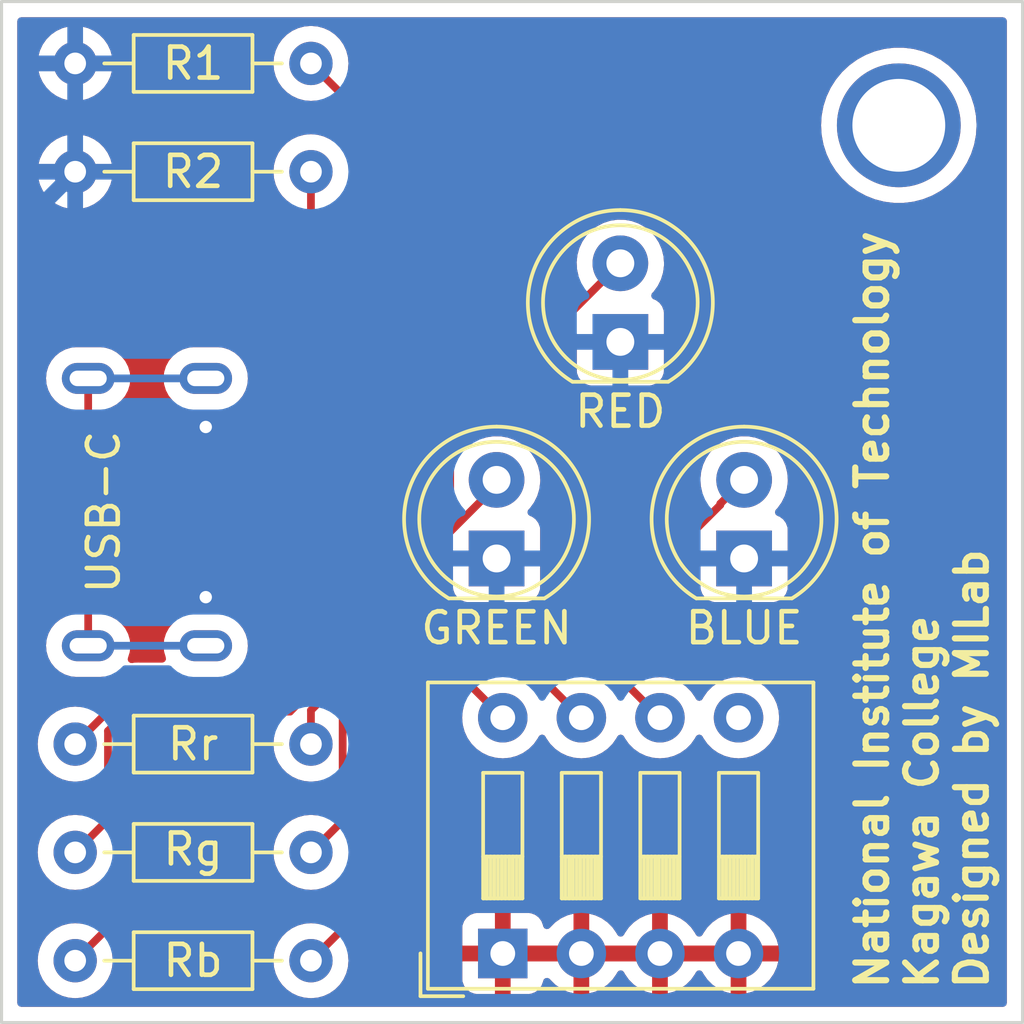
<source format=kicad_pcb>
(kicad_pcb (version 20211014) (generator pcbnew)
  (layers (0 "F.Cu" signal) (31 "B.Cu" signal) (34 "B.Paste" user) (35 "F.Paste" user) (36 "B.SilkS" user "B.Silkscreen") (37 "F.SilkS" user "F.Silkscreen") (38 "B.Mask" user) (39 "F.Mask" user) (44 "Edge.Cuts" user))
  (net 0 "")
  (net 1 "Net-(J1-PadB5)")
  (net 2 "GND")
  (net 3 "Net-(J1-PadA5)")
  (net 4 "Net-(R3-Pad1)")
  (net 5 "Net-(LED1-Pad2)")
  (net 6 "Net-(R4-Pad1)")
  (net 7 "Net-(LED2-Pad2)")
  (net 8 "Net-(R5-Pad1)")
  (net 9 "Net-(LED3-Pad2)")
  (net 10 "+5V")
  (net 11 "unconnected-(J1-PadS1)")
  (footprint "Resistor_THT:R_Axial_DIN0204_L3.6mm_D1.6mm_P7.62mm_Horizontal" (layer "F.Cu") (at 50 42 180)
    (fp_text reference "R1" (at 3.81 0) (layer "F.SilkS"))
    (fp_text value "5.1k" hide)
    (fp_line (start 6.68 0) (end 5.73 0) (layer "F.SilkS") (width 0.12))
    (fp_line (start 5.73 -0.92) (end 1.89 -0.92) (layer "F.SilkS") (width 0.12))
    (fp_line (start 5.73 0.92) (end 5.73 -0.92) (layer "F.SilkS") (width 0.12))
    (fp_line (start 1.89 0.92) (end 5.73 0.92) (layer "F.SilkS") (width 0.12))
    (fp_line (start 1.89 -0.92) (end 1.89 0.92) (layer "F.SilkS") (width 0.12))
    (fp_line (start 0.94 0) (end 1.89 0) (layer "F.SilkS") (width 0.12))
    (pad "1" thru_hole circle (at 0 0 180) (size 1.4 1.4) (drill 0.7) (layers *.Cu *.Mask) (net 1 "Net-(J1-PadB5)"))
    (pad "2" thru_hole oval (at 7.62 0 180) (size 1.4 1.4) (drill 0.7) (layers *.Cu *.Mask) (net 2 "GND"))
  )
  (footprint "LED_THT:LED_D5.0mm" (layer "F.Cu") (at 56 58 90)
    (fp_text reference "GREEN" (at -2.25 0 180) (layer "F.SilkS"))
    (fp_text value "Green" hide)
    (fp_line (start -1.29 -1.545) (end -1.29 1.545) (layer "F.SilkS") (width 0.12))
    (fp_arc (start 4.26 -0.000462) (mid 2.072002 2.880433) (end -1.29 1.54483) (layer "F.SilkS") (width 0.12))
    (fp_arc (start -1.29 -1.54483) (mid 2.072002 -2.880433) (end 4.26 0.000462) (layer "F.SilkS") (width 0.12))
    (fp_circle (center 1.27 0) (end 3.77 0) (layer "F.SilkS") (width 0.12) (fill none))
    (pad "1" thru_hole rect (at 0 0 90) (size 1.8 1.8) (drill 0.9) (layers *.Cu *.Mask) (net 2 "GND"))
    (pad "2" thru_hole circle (at 2.54 0 90) (size 1.8 1.8) (drill 0.9) (layers *.Cu *.Mask) (net 7 "Net-(LED2-Pad2)"))
  )
  (footprint "Connector_Pin:Pin_D1.0mm_L10.0mm" (layer "F.Cu") (at 69 44)
    (fp_text reference "REF**" hide)
    (fp_text value "Pin_D1.0mm_L10.0mm" hide)
    (fp_circle (center 0 0) (end 1.25 0.05) (layer "F.SilkS") (width 0.12) (fill none))
    (pad "1" thru_hole circle (at 0 0) (size 4 4) (drill 3) (layers *.Cu *.Mask))
  )
  (footprint "LED_THT:LED_D5.0mm" (layer "F.Cu") (at 64 58 90)
    (fp_text reference "BLUE" (at -2.25 0 180) (layer "F.SilkS"))
    (fp_text value "Blue" hide)
    (fp_line (start -1.29 -1.545) (end -1.29 1.545) (layer "F.SilkS") (width 0.12))
    (fp_arc (start 4.26 -0.000462) (mid 2.072002 2.880433) (end -1.29 1.54483) (layer "F.SilkS") (width 0.12))
    (fp_arc (start -1.29 -1.54483) (mid 2.072002 -2.880433) (end 4.26 0.000462) (layer "F.SilkS") (width 0.12))
    (fp_circle (center 1.27 0) (end 3.77 0) (layer "F.SilkS") (width 0.12) (fill none))
    (pad "1" thru_hole rect (at 0 0 90) (size 1.8 1.8) (drill 0.9) (layers *.Cu *.Mask) (net 2 "GND"))
    (pad "2" thru_hole circle (at 2.54 0 90) (size 1.8 1.8) (drill 0.9) (layers *.Cu *.Mask) (net 9 "Net-(LED3-Pad2)"))
  )
  (footprint "MyLibrary:UJC-HP-3-SMT-TR" (layer "F.Cu") (at 43.6 56.5 -90)
    (fp_text reference "USB-C" (at 0 0.3 90 unlocked) (layer "F.SilkS"))
    (fp_text value "USB_C_Receptacle_PowerOnly_6P" hide)
    (pad "A5" smd rect (at -0.5 -3 270) (size 0.7 1.15) (layers "F.Cu" "F.Paste" "F.Mask") (net 3 "Net-(J1-PadA5)"))
    (pad "A9" smd rect (at 1.52 -3 270) (size 0.8 1.15) (layers "F.Cu" "F.Paste" "F.Mask") (net 10 "+5V"))
    (pad "A12" smd rect (at 2.75 -3 270) (size 0.9 1.15) (layers "F.Cu" "F.Paste" "F.Mask") (net 2 "GND"))
    (pad "B5" smd rect (at 0.5 -3 270) (size 0.7 1.15) (layers "F.Cu" "F.Paste" "F.Mask") (net 1 "Net-(J1-PadB5)"))
    (pad "B9" smd rect (at -1.52 -3 270) (size 0.8 1.15) (layers "F.Cu" "F.Paste" "F.Mask") (net 10 "+5V"))
    (pad "B12" smd rect (at -2.75 -3 270) (size 0.9 1.15) (layers "F.Cu" "F.Paste" "F.Mask") (net 2 "GND"))
    (pad "S1" thru_hole oval (at 4.32 0.8 270) (size 1 1.7) (drill oval 0.5 1.2) (layers *.Cu *.Mask) (net 11 "unconnected-(J1-PadS1)"))
    (pad "S1" thru_hole oval (at -4.32 -3 270) (size 1 1.7) (drill oval 0.5 1.2) (layers *.Cu *.Mask) (net 11 "unconnected-(J1-PadS1)"))
    (pad "S1" thru_hole oval (at 4.32 -3 270) (size 1 1.7) (drill oval 0.5 1.2) (layers *.Cu *.Mask) (net 11 "unconnected-(J1-PadS1)"))
    (pad "S1" thru_hole oval (at -4.32 0.8 270) (size 1 1.7) (drill oval 0.5 1.2) (layers *.Cu *.Mask) (net 11 "unconnected-(J1-PadS1)"))
  )
  (footprint "Button_Switch_THT:SW_DIP_SPSTx04_Slide_9.78x12.34mm_W7.62mm_P2.54mm" (layer "F.Cu") (at 56.2 70.7675 90)
    (fp_text reference "SW" hide)
    (fp_text value "SW_DIP_x04" hide)
    (fp_line (start 1.78 2.745) (end 3.133333 2.745) (layer "F.SilkS") (width 0.12))
    (fp_line (start -1.14 -2.42) (end -1.14 10.04) (layer "F.SilkS") (width 0.12))
    (fp_line (start 1.78 -0.515) (end 3.133333 -0.515) (layer "F.SilkS") (width 0.12))
    (fp_line (start 3.133333 4.445) (end 3.133333 5.715) (layer "F.SilkS") (width 0.12))
    (fp_line (start 1.78 8.185) (end 3.133333 8.185) (layer "F.SilkS") (width 0.12))
    (fp_line (start 1.78 5.645) (end 3.133333 5.645) (layer "F.SilkS") (width 0.12))
    (fp_line (start 5.84 5.715) (end 5.84 4.445) (layer "F.SilkS") (width 0.12))
    (fp_line (start -1.14 -2.42) (end 8.76 -2.42) (layer "F.SilkS") (width 0.12))
    (fp_line (start 1.78 8.065) (end 3.133333 8.065) (layer "F.SilkS") (width 0.12))
    (fp_line (start 1.78 7.345) (end 3.133333 7.345) (layer "F.SilkS") (width 0.12))
    (fp_line (start 1.78 4.565) (end 3.133333 4.565) (layer "F.SilkS") (width 0.12))
    (fp_line (start 1.78 2.025) (end 3.133333 2.025) (layer "F.SilkS") (width 0.12))
    (fp_line (start 1.78 0.205) (end 3.133333 0.205) (layer "F.SilkS") (width 0.12))
    (fp_line (start 1.78 2.865) (end 3.133333 2.865) (layer "F.SilkS") (width 0.12))
    (fp_line (start 1.78 4.925) (end 3.133333 4.925) (layer "F.SilkS") (width 0.12))
    (fp_line (start -1.14 10.04) (end 8.76 10.04) (layer "F.SilkS") (width 0.12))
    (fp_line (start 5.84 4.445) (end 1.78 4.445) (layer "F.SilkS") (width 0.12))
    (fp_line (start 1.78 5.405) (end 3.133333 5.405) (layer "F.SilkS") (width 0.12))
    (fp_line (start 1.78 6.985) (end 1.78 8.255) (layer "F.SilkS") (width 0.12))
    (fp_line (start 1.78 -0.635) (end 1.78 0.635) (layer "F.SilkS") (width 0.12))
    (fp_line (start 1.78 3.105) (end 3.133333 3.105) (layer "F.SilkS") (width 0.12))
    (fp_line (start 5.84 6.985) (end 1.78 6.985) (layer "F.SilkS") (width 0.12))
    (fp_line (start 3.133333 6.985) (end 3.133333 8.255) (layer "F.SilkS") (width 0.12))
    (fp_line (start 5.84 8.255) (end 5.84 6.985) (layer "F.SilkS") (width 0.12))
    (fp_line (start 1.78 4.805) (end 3.133333 4.805) (layer "F.SilkS") (width 0.12))
    (fp_line (start 5.84 -0.635) (end 1.78 -0.635) (layer "F.SilkS") (width 0.12))
    (fp_line (start -1.38 -2.66) (end 0.004 -2.66) (layer "F.SilkS") (width 0.12))
    (fp_line (start 1.78 7.705) (end 3.133333 7.705) (layer "F.SilkS") (width 0.12))
    (fp_line (start 1.78 -0.275) (end 3.133333 -0.275) (layer "F.SilkS") (width 0.12))
    (fp_line (start 1.78 7.465) (end 3.133333 7.465) (layer "F.SilkS") (width 0.12))
    (fp_line (start 1.78 7.945) (end 3.133333 7.945) (layer "F.SilkS") (width 0.12))
    (fp_line (start 1.78 4.685) (end 3.133333 4.685) (layer "F.SilkS") (width 0.12))
    (fp_line (start 5.84 0.635) (end 5.84 -0.635) (layer "F.SilkS") (width 0.12))
    (fp_line (start 1.78 2.265) (end 3.133333 2.265) (layer "F.SilkS") (width 0.12))
    (fp_line (start 1.78 5.165) (end 3.133333 5.165) (layer "F.SilkS") (width 0.12))
    (fp_line (start 1.78 5.045) (end 3.133333 5.045) (layer "F.SilkS") (width 0.12))
    (fp_line (start -1.38 -2.66) (end -1.38 -1.277) (layer "F.SilkS") (width 0.12))
    (fp_line (start 1.78 0.565) (end 3.133333 0.565) (layer "F.SilkS") (width 0.12))
    (fp_line (start 1.78 5.285) (end 3.133333 5.285) (layer "F.SilkS") (width 0.12))
    (fp_line (start 8.76 -2.42) (end 8.76 10.04) (layer "F.SilkS") (width 0.12))
    (fp_line (start 1.78 2.985) (end 3.133333 2.985) (layer "F.SilkS") (width 0.12))
    (fp_line (start 1.78 4.445) (end 1.78 5.715) (layer "F.SilkS") (width 0.12))
    (fp_line (start 1.78 7.585) (end 3.133333 7.585) (layer "F.SilkS") (width 0.12))
    (fp_line (start 1.78 1.905) (end 1.78 3.175) (layer "F.SilkS") (width 0.12))
    (fp_line (start 1.78 -0.035) (end 3.133333 -0.035) (layer "F.SilkS") (width 0.12))
    (fp_line (start 1.78 -0.155) (end 3.133333 -0.155) (layer "F.SilkS") (width 0.12))
    (fp_line (start 1.78 2.505) (end 3.133333 2.505) (layer "F.SilkS") (width 0.12))
    (fp_line (start 1.78 2.145) (end 3.133333 2.145) (layer "F.SilkS") (width 0.12))
    (fp_line (start 1.78 0.085) (end 3.133333 0.085) (layer "F.SilkS") (width 0.12))
    (fp_line (start 1.78 5.525) (end 3.133333 5.525) (layer "F.SilkS") (width 0.12))
    (fp_line (start 1.78 7.825) (end 3.133333 7.825) (layer "F.SilkS") (width 0.12))
    (fp_line (start 1.78 3.175) (end 5.84 3.175) (layer "F.SilkS") (width 0.12))
    (fp_line (start 1.78 0.635) (end 5.84 0.635) (layer "F.SilkS") (width 0.12))
    (fp_line (start 1.78 2.385) (end 3.133333 2.385) (layer "F.SilkS") (width 0.12))
    (fp_line (start 1.78 2.625) (end 3.133333 2.625) (layer "F.SilkS") (width 0.12))
    (fp_line (start 1.78 0.325) (end 3.133333 0.325) (layer "F.SilkS") (width 0.12))
    (fp_line (start 1.78 7.225) (end 3.133333 7.225) (layer "F.SilkS") (width 0.12))
    (fp_line (start 1.78 5.715) (end 5.84 5.715) (layer "F.SilkS") (width 0.12))
    (fp_line (start 1.78 0.445) (end 3.133333 0.445) (layer "F.SilkS") (width 0.12))
    (fp_line (start 1.78 8.255) (end 5.84 8.255) (layer "F.SilkS") (width 0.12))
    (fp_line (start 1.78 7.105) (end 3.133333 7.105) (layer "F.SilkS") (width 0.12))
    (fp_line (start 1.78 -0.395) (end 3.133333 -0.395) (layer "F.SilkS") (width 0.12))
    (fp_line (start 3.133333 -0.635) (end 3.133333 0.635) (layer "F.SilkS") (width 0.12))
    (fp_line (start 5.84 1.905) (end 1.78 1.905) (layer "F.SilkS") (width 0.12))
    (fp_line (start 3.133333 1.905) (end 3.133333 3.175) (layer "F.SilkS") (width 0.12))
    (fp_line (start 5.84 3.175) (end 5.84 1.905) (layer "F.SilkS") (width 0.12))
    (pad "1" thru_hole rect (at 0 0 90) (size 1.6 1.6) (drill 0.8) (layers *.Cu *.Mask) (net 10 "+5V"))
    (pad "2" thru_hole oval (at 0 2.54 90) (size 1.6 1.6) (drill 0.8) (layers *.Cu *.Mask) (net 10 "+5V"))
    (pad "3" thru_hole oval (at 0 5.08 90) (size 1.6 1.6) (drill 0.8) (layers *.Cu *.Mask) (net 10 "+5V"))
    (pad "4" thru_hole oval (at 0 7.62 90) (size 1.6 1.6) (drill 0.8) (layers *.Cu *.Mask) (net 10 "+5V"))
    (pad "5" thru_hole oval (at 7.62 7.62 90) (size 1.6 1.6) (drill 0.8) (layers *.Cu *.Mask))
    (pad "6" thru_hole oval (at 7.62 5.08 90) (size 1.6 1.6) (drill 0.8) (layers *.Cu *.Mask) (net 4 "Net-(R3-Pad1)"))
    (pad "7" thru_hole oval (at 7.62 2.54 90) (size 1.6 1.6) (drill 0.8) (layers *.Cu *.Mask) (net 6 "Net-(R4-Pad1)"))
    (pad "8" thru_hole oval (at 7.62 0 90) (size 1.6 1.6) (drill 0.8) (layers *.Cu *.Mask) (net 8 "Net-(R5-Pad1)"))
  )
  (footprint "LED_THT:LED_D5.0mm" (layer "F.Cu") (at 60 51 90)
    (fp_text reference "RED" (at -2.25 0 180) (layer "F.SilkS"))
    (fp_text value "Red" hide)
    (fp_line (start -1.29 -1.545) (end -1.29 1.545) (layer "F.SilkS") (width 0.12))
    (fp_arc (start -1.29 -1.54483) (mid 2.072002 -2.880433) (end 4.26 0.000462) (layer "F.SilkS") (width 0.12))
    (fp_arc (start 4.26 -0.000462) (mid 2.072002 2.880433) (end -1.29 1.54483) (layer "F.SilkS") (width 0.12))
    (fp_circle (center 1.27 0) (end 3.77 0) (layer "F.SilkS") (width 0.12) (fill none))
    (pad "1" thru_hole rect (at 0 0 90) (size 1.8 1.8) (drill 0.9) (layers *.Cu *.Mask) (net 2 "GND"))
    (pad "2" thru_hole circle (at 2.54 0 90) (size 1.8 1.8) (drill 0.9) (layers *.Cu *.Mask) (net 5 "Net-(LED1-Pad2)"))
  )
  (footprint "Resistor_THT:R_Axial_DIN0204_L3.6mm_D1.6mm_P7.62mm_Horizontal" (layer "F.Cu") (at 50 45.5 180)
    (fp_text reference "R2" (at 3.81 0) (layer "F.SilkS"))
    (fp_text value "5.1k" hide)
    (fp_line (start 1.89 -0.92) (end 1.89 0.92) (layer "F.SilkS") (width 0.12))
    (fp_line (start 5.73 0.92) (end 5.73 -0.92) (layer "F.SilkS") (width 0.12))
    (fp_line (start 6.68 0) (end 5.73 0) (layer "F.SilkS") (width 0.12))
    (fp_line (start 5.73 -0.92) (end 1.89 -0.92) (layer "F.SilkS") (width 0.12))
    (fp_line (start 0.94 0) (end 1.89 0) (layer "F.SilkS") (width 0.12))
    (fp_line (start 1.89 0.92) (end 5.73 0.92) (layer "F.SilkS") (width 0.12))
    (pad "1" thru_hole circle (at 0 0 180) (size 1.4 1.4) (drill 0.7) (layers *.Cu *.Mask) (net 3 "Net-(J1-PadA5)"))
    (pad "2" thru_hole oval (at 7.62 0 180) (size 1.4 1.4) (drill 0.7) (layers *.Cu *.Mask) (net 2 "GND"))
  )
  (footprint "Resistor_THT:R_Axial_DIN0204_L3.6mm_D1.6mm_P7.62mm_Horizontal" (layer "F.Cu") (at 50 67.5 180)
    (fp_text reference "Rg" (at 3.81 0.1) (layer "F.SilkS"))
    (fp_text value "R" hide)
    (fp_line (start 5.73 -0.92) (end 1.89 -0.92) (layer "F.SilkS") (width 0.12))
    (fp_line (start 5.73 0.92) (end 5.73 -0.92) (layer "F.SilkS") (width 0.12))
    (fp_line (start 0.94 0) (end 1.89 0) (layer "F.SilkS") (width 0.12))
    (fp_line (start 6.68 0) (end 5.73 0) (layer "F.SilkS") (width 0.12))
    (fp_line (start 1.89 0.92) (end 5.73 0.92) (layer "F.SilkS") (width 0.12))
    (fp_line (start 1.89 -0.92) (end 1.89 0.92) (layer "F.SilkS") (width 0.12))
    (pad "1" thru_hole circle (at 0 0 180) (size 1.4 1.4) (drill 0.7) (layers *.Cu *.Mask) (net 6 "Net-(R4-Pad1)"))
    (pad "2" thru_hole oval (at 7.62 0 180) (size 1.4 1.4) (drill 0.7) (layers *.Cu *.Mask) (net 7 "Net-(LED2-Pad2)"))
  )
  (footprint "Resistor_THT:R_Axial_DIN0204_L3.6mm_D1.6mm_P7.62mm_Horizontal" (layer "F.Cu") (at 50 64 180)
    (fp_text reference "Rr" (at 3.81 0) (layer "F.SilkS"))
    (fp_text value "R" hide)
    (fp_line (start 6.68 0) (end 5.73 0) (layer "F.SilkS") (width 0.12))
    (fp_line (start 1.89 -0.92) (end 1.89 0.92) (layer "F.SilkS") (width 0.12))
    (fp_line (start 5.73 0.92) (end 5.73 -0.92) (layer "F.SilkS") (width 0.12))
    (fp_line (start 5.73 -0.92) (end 1.89 -0.92) (layer "F.SilkS") (width 0.12))
    (fp_line (start 0.94 0) (end 1.89 0) (layer "F.SilkS") (width 0.12))
    (fp_line (start 1.89 0.92) (end 5.73 0.92) (layer "F.SilkS") (width 0.12))
    (pad "1" thru_hole circle (at 0 0 180) (size 1.4 1.4) (drill 0.7) (layers *.Cu *.Mask) (net 4 "Net-(R3-Pad1)"))
    (pad "2" thru_hole oval (at 7.62 0 180) (size 1.4 1.4) (drill 0.7) (layers *.Cu *.Mask) (net 5 "Net-(LED1-Pad2)"))
  )
  (footprint "Resistor_THT:R_Axial_DIN0204_L3.6mm_D1.6mm_P7.62mm_Horizontal" (layer "F.Cu") (at 50 71 180)
    (fp_text reference "Rb" (at 3.81 0) (layer "F.SilkS"))
    (fp_text value "R" hide)
    (fp_line (start 1.89 -0.92) (end 1.89 0.92) (layer "F.SilkS") (width 0.12))
    (fp_line (start 6.68 0) (end 5.73 0) (layer "F.SilkS") (width 0.12))
    (fp_line (start 1.89 0.92) (end 5.73 0.92) (layer "F.SilkS") (width 0.12))
    (fp_line (start 5.73 0.92) (end 5.73 -0.92) (layer "F.SilkS") (width 0.12))
    (fp_line (start 5.73 -0.92) (end 1.89 -0.92) (layer "F.SilkS") (width 0.12))
    (fp_line (start 0.94 0) (end 1.89 0) (layer "F.SilkS") (width 0.12))
    (pad "1" thru_hole circle (at 0 0 180) (size 1.4 1.4) (drill 0.7) (layers *.Cu *.Mask) (net 8 "Net-(R5-Pad1)"))
    (pad "2" thru_hole oval (at 7.62 0 180) (size 1.4 1.4) (drill 0.7) (layers *.Cu *.Mask) (net 9 "Net-(LED3-Pad2)"))
  )
  (gr_rect (start 40 40) (end 73 73) (layer "Edge.Cuts") (width 0.1) (fill none))
  (gr_text "National Institute of Technology\nKagawa College\nDesigned by MILab" (at 69.75 72 90) (layer "F.SilkS") (effects (font (size 1 1) (thickness 0.2)) (justify left)))
  (segment (start 48.136396 57) (end 51.5 53.636396) (width 0.25) (layer "F.Cu") (net 1))
  (segment (start 51.5 43.5) (end 50 42) (width 0.25) (layer "F.Cu") (net 1))
  (segment (start 46.6 57) (end 48.136396 57) (width 0.25) (layer "F.Cu") (net 1))
  (segment (start 51.5 53.636396) (end 51.5 43.5) (width 0.25) (layer "F.Cu") (net 1))
  (via (at 46.6 59.25) (size 0.8) (drill 0.4) (layers "F.Cu" "B.Cu") (net 2))
  (via (at 46.6 53.75) (size 0.8) (drill 0.4) (layers "F.Cu" "B.Cu") (net 2))
  (segment (start 49.75 59.25) (end 46.6 59.25) (width 0.5) (layer "B.Cu") (net 2))
  (segment (start 42.38 45.5) (end 41 46.88) (width 0.5) (layer "B.Cu") (net 2))
  (segment (start 41.75 53.75) (end 46.6 53.75) (width 0.5) (layer "B.Cu") (net 2))
  (segment (start 56 58) (end 51 58) (width 0.5) (layer "B.Cu") (net 2))
  (segment (start 41 46.88) (end 41 53) (width 0.5) (layer "B.Cu") (net 2))
  (segment (start 60 51) (end 60 57) (width 0.5) (layer "B.Cu") (net 2))
  (segment (start 59 58) (end 64 58) (width 0.5) (layer "B.Cu") (net 2))
  (segment (start 41 53) (end 41.75 53.75) (width 0.5) (layer "B.Cu") (net 2))
  (segment (start 42.38 42) (end 42.38 45.5) (width 0.5) (layer "B.Cu") (net 2))
  (segment (start 60 57) (end 59 58) (width 0.5) (layer "B.Cu") (net 2))
  (segment (start 41.75 59.25) (end 46.6 59.25) (width 0.5) (layer "B.Cu") (net 2))
  (segment (start 41 53) (end 41 58.5) (width 0.5) (layer "B.Cu") (net 2))
  (segment (start 51 58) (end 49.75 59.25) (width 0.5) (layer "B.Cu") (net 2))
  (segment (start 41 58.5) (end 41.75 59.25) (width 0.5) (layer "B.Cu") (net 2))
  (segment (start 56 58) (end 59 58) (width 0.5) (layer "B.Cu") (net 2))
  (segment (start 50 45.5) (end 50 54.5) (width 0.25) (layer "F.Cu") (net 3))
  (segment (start 50 54.5) (end 48.5 56) (width 0.25) (layer "F.Cu") (net 3))
  (segment (start 48.5 56) (end 46.6 56) (width 0.25) (layer "F.Cu") (net 3))
  (segment (start 51.959188 60.95) (end 58.5825 60.95) (width 0.25) (layer "F.Cu") (net 4))
  (segment (start 59.0825 60.95) (end 58.2 60.95) (width 0.25) (layer "F.Cu") (net 4))
  (segment (start 61.28 63.1475) (end 59.0825 60.95) (width 0.25) (layer "F.Cu") (net 4))
  (segment (start 50 64) (end 50 62.909188) (width 0.25) (layer "F.Cu") (net 4))
  (segment (start 50 62.909188) (end 51.959188 60.95) (width 0.25) (layer "F.Cu") (net 4))
  (segment (start 54.5 56.5) (end 49 62) (width 0.25) (layer "F.Cu") (net 5))
  (segment (start 49 62) (end 44.38 62) (width 0.25) (layer "F.Cu") (net 5))
  (segment (start 54.5 53.96) (end 54.5 56.5) (width 0.25) (layer "F.Cu") (net 5))
  (segment (start 44.38 62) (end 42.38 64) (width 0.25) (layer "F.Cu") (net 5))
  (segment (start 60 48.46) (end 54.5 53.96) (width 0.25) (layer "F.Cu") (net 5))
  (segment (start 52.145584 61.4) (end 51.025 62.520584) (width 0.25) (layer "F.Cu") (net 6))
  (segment (start 51.025 66.475) (end 50 67.5) (width 0.25) (layer "F.Cu") (net 6))
  (segment (start 55.9 61.4) (end 52.145584 61.4) (width 0.25) (layer "F.Cu") (net 6))
  (segment (start 51.025 62.520584) (end 51.025 66.475) (width 0.25) (layer "F.Cu") (net 6))
  (segment (start 55.9 61.4) (end 56.9925 61.4) (width 0.25) (layer "F.Cu") (net 6))
  (segment (start 58.74 63.1475) (end 56.9925 61.4) (width 0.25) (layer "F.Cu") (net 6))
  (segment (start 43.44 63.576396) (end 43.44 66.44) (width 0.25) (layer "F.Cu") (net 7))
  (segment (start 56 55.636396) (end 49.136396 62.5) (width 0.25) (layer "F.Cu") (net 7))
  (segment (start 44.516396 62.5) (end 43.44 63.576396) (width 0.25) (layer "F.Cu") (net 7))
  (segment (start 56 55.46) (end 56 55.636396) (width 0.25) (layer "F.Cu") (net 7))
  (segment (start 43.44 66.44) (end 42.38 67.5) (width 0.25) (layer "F.Cu") (net 7))
  (segment (start 49.136396 62.5) (end 44.516396 62.5) (width 0.25) (layer "F.Cu") (net 7))
  (segment (start 51.5 62.68198) (end 52.33198 61.85) (width 0.25) (layer "F.Cu") (net 8))
  (segment (start 51.5 69.5) (end 51.5 62.68198) (width 0.25) (layer "F.Cu") (net 8))
  (segment (start 50 71) (end 51.5 69.5) (width 0.25) (layer "F.Cu") (net 8))
  (segment (start 54.9025 61.85) (end 56.2 63.1475) (width 0.25) (layer "F.Cu") (net 8))
  (segment (start 52.33198 61.85) (end 54.9025 61.85) (width 0.25) (layer "F.Cu") (net 8))
  (segment (start 49.322792 62.95) (end 51.772792 60.5) (width 0.25) (layer "F.Cu") (net 9))
  (segment (start 44.702792 62.95) (end 49.322792 62.95) (width 0.25) (layer "F.Cu") (net 9))
  (segment (start 44 63.652792) (end 44.702792 62.95) (width 0.25) (layer "F.Cu") (net 9))
  (segment (start 51.772792 60.5) (end 59 60.5) (width 0.25) (layer "F.Cu") (net 9))
  (segment (start 42.38 71) (end 44 69.38) (width 0.25) (layer "F.Cu") (net 9))
  (segment (start 63.23 56.23) (end 64 55.46) (width 0.25) (layer "F.Cu") (net 9))
  (segment (start 59 60.5) (end 63.23 56.27) (width 0.25) (layer "F.Cu") (net 9))
  (segment (start 44 69.38) (end 44 63.652792) (width 0.25) (layer "F.Cu") (net 9))
  (segment (start 63.23 56.27) (end 63.23 56.23) (width 0.25) (layer "F.Cu") (net 9))
  (segment (start 55.7 70.7675) (end 58.24 70.7675) (width 0.5) (layer "F.Cu") (net 10))
  (segment (start 47.405 58.02) (end 47.425 58) (width 0.5) (layer "F.Cu") (net 10))
  (segment (start 44.5 55) (end 44.5 58) (width 0.5) (layer "F.Cu") (net 10))
  (segment (start 67.2325 70.7675) (end 63.32 70.7675) (width 0.5) (layer "F.Cu") (net 10))
  (segment (start 44.5 58) (end 44.52 58.02) (width 0.5) (layer "F.Cu") (net 10))
  (segment (start 70 69) (end 68.2325 70.7675) (width 0.5) (layer "F.Cu") (net 10))
  (segment (start 58.24 70.7675) (end 60.78 70.7675) (width 0.5) (layer "F.Cu") (net 10))
  (segment (start 56 46) (end 66 46) (width 0.5) (layer "F.Cu") (net 10))
  (segment (start 68.2325 70.7675) (end 67.2325 70.7675) (width 0.5) (layer "F.Cu") (net 10))
  (segment (start 47.98 58.02) (end 53.75 52.25) (width 0.5) (layer "F.Cu") (net 10))
  (segment (start 66 46) (end 70 50) (width 0.5) (layer "F.Cu") (net 10))
  (segment (start 60.78 70.7675) (end 63.32 70.7675) (width 0.5) (layer "F.Cu") (net 10))
  (segment (start 44.52 58.02) (end 46.6 58.02) (width 0.5) (layer "F.Cu") (net 10))
  (segment (start 44.52 54.98) (end 44.5 55) (width 0.5) (layer "F.Cu") (net 10))
  (segment (start 46.6 58.02) (end 47.405 58.02) (width 0.5) (layer "F.Cu") (net 10))
  (segment (start 53.75 48.25) (end 56 46) (width 0.5) (layer "F.Cu") (net 10))
  (segment (start 46.6 54.98) (end 44.52 54.98) (width 0.5) (layer "F.Cu") (net 10))
  (segment (start 47.405 58.02) (end 47.98 58.02) (width 0.5) (layer "F.Cu") (net 10))
  (segment (start 70 50) (end 70 69) (width 0.5) (layer "F.Cu") (net 10))
  (segment (start 53.75 52.25) (end 53.75 48.25) (width 0.5) (layer "F.Cu") (net 10))
  (segment (start 42.8 52.18) (end 42.8 60.82) (width 0.25) (layer "F.Cu") (net 11))
  (segment (start 42.8 60.82) (end 46.6 60.82) (width 0.25) (layer "B.Cu") (net 11))
  (segment (start 42.8 52.18) (end 46.6 52.18) (width 0.25) (layer "B.Cu") (net 11))
  (zone (net 10) (net_name "+5V") (layer "F.Cu") (connect_pads (clearance 0.508)) (min_thickness 0.254) (fill yes (thermal_gap 0.508) (thermal_bridge_width 0.508))
    (polygon (pts (xy 73 73) (xy 40 73) (xy 40 40) (xy 73 40)))
  )
  (zone (net 2) (net_name "GND") (layer "B.Cu") (connect_pads (clearance 0.508)) (min_thickness 0.254) (fill yes (thermal_gap 0.508) (thermal_bridge_width 0.508))
    (polygon (pts (xy 73 73) (xy 40 73) (xy 40 40) (xy 73 40)))
  )
)
</source>
